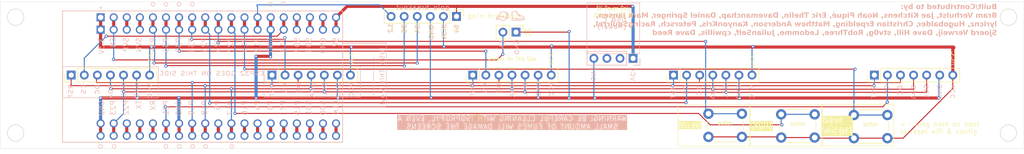
<source format=kicad_pcb>
(kicad_pcb (version 20240108) (generator "pcbnew") (generator_version "8.0")
  (layers (0 "F.Cu" signal) (31 "B.Cu" signal) (34 "B.Paste" user) (35 "F.Paste" user) (36 "B.SilkS" user "B.Silkscreen") (37 "F.SilkS" user "F.Silkscreen") (38 "B.Mask" user) (39 "F.Mask" user) (44 "Edge.Cuts" user))
  (net 0 "")
  (net 1 "Net-(U1-vcc)")
  (net 2 "Net-(V1-IO18)")
  (net 3 "Net-(V1-IO23)")
  (net 4 "Net-(V1-IO17)")
  (net 5 "Net-(V1-IO13)")
  (net 6 "Net-(V1-IO19)")
  (net 7 "Net-(V1-IO33)")
  (net 8 "Net-(V1-IO32)")
  (net 9 "Net-(V1-IO25)")
  (net 10 "Net-(V1-IO21)")
  (net 11 "Net-(V1-IO27)")
  (net 12 "Net-(V1-IO26)")
  (net 13 "Net-(V1-IO14)")
  (net 16 "Net-(J1-Pin_1)")
  (net 17 "Net-(J1-Pin_2)")
  (net 18 "Net-(V1-RXD0)")
  (net 19 "Net-(V1-IO4)")
  (net 20 "Net-(V1-IO15)")
  (net 21 "Net-(V1-IO16)")
  (net 22 "Net-(V1-CLK)")
  (net 23 "Net-(U1-gpio12)")
  (net 24 "Net-(V1-IO0)")
  (net 25 "Net-(V1-TXD0)")
  (net 26 "Net-(V1-SD3)")
  (net 27 "Net-(U1-gipo34)")
  (net 28 "Net-(V1-IO22)")
  (net 29 "Net-(V1-IO2)")
  (net 30 "Net-(V1-SD1)")
  (net 31 "Net-(V1-CMD)")
  (net 32 "Net-(U1-3.3v)")
  (net 33 "Net-(U1-gpio35)")
  (net 34 "Net-(V1-SD0)")
  (net 35 "Net-(V1-SENSOR_VN)")
  (net 36 "Net-(V1-SD2)")
  (net 37 "Net-(V1-IO5)")
  (net 38 "Net-(V1-SENSOR_VP)")
  (footprint "Connector_PinHeader_2.54mm:PinHeader_1x07_P2.54mm_Vertical" (layer "F.Cu") (at 203.4625 74.25 90)
    (property "Reference" "tft5" (hide yes))
    (property "Value" "~")
  )
  (footprint "New folder:beaniegraphioc" (layer "F.Cu") (at 126.36 83.35)
    (property "Reference" "G*" (hide yes))
    (property "Value" "LOGO" (hide yes))
  )
  (footprint "Connector_PinHeader_2.54mm:PinHeader_1x06_P2.54mm_Vertical" (layer "F.Cu") (at 122.32 62.86 -90)
    (property "Reference" "U1" (hide yes))
    (property "Value" "~")
  )
  (footprint "Connector_PinHeader_2.54mm:PinHeader_1x07_P2.54mm_Vertical" (layer "F.Cu") (at 125.48 74.25 90)
    (property "Reference" "tft3" (hide yes))
    (property "Value" "~")
  )
  (footprint "Button_Switch_THT:SW_PUSH_6mm_H5mm" (layer "F.Cu") (at 199.5 82)
    (property "Reference" "SW3" (hide yes))
    (property "Value" "SW_Push")
  )
  (footprint "Connector_PinHeader_2.54mm:PinHeader_1x07_P2.54mm_Vertical" (layer "F.Cu") (at 164.47125 74.25 90)
    (property "Reference" "tft4" (hide yes))
    (property "Value" "~")
  )
  (footprint "Button_Switch_THT:SW_PUSH_6mm_H5mm" (layer "F.Cu") (at 185.375 81.875)
    (property "Reference" "SW2" (hide yes))
    (property "Value" "SW_Push")
  )
  (footprint "Connector_PinHeader_2.54mm:PinHeader_1x02_P2.54mm_Vertical" (layer "F.Cu") (at 133.88 65.91 -90)
    (property "Reference" "J1")
    (property "Value" "Conn_01x02_Pin")
  )
  (footprint "Connector_PinHeader_2.54mm:PinHeader_1x07_P2.54mm_Vertical" (layer "F.Cu") (at 86.48875 74.25 90)
    (property "Reference" "tft2" (hide yes))
    (property "Value" "~")
  )
  (footprint "Connector_PinHeader_2.54mm:PinHeader_1x07_P2.54mm_Vertical" (layer "F.Cu") (at 47.4975 74.25 90)
    (property "Reference" "tft1" (hide yes))
    (property "Value" "~")
  )
  (footprint "Button_Switch_THT:SW_PUSH_6mm_H5mm" (layer "F.Cu") (at 171.25 81.75)
    (property "Reference" "SW1" (hide yes))
    (property "Value" "SW_Push")
  )
  (footprint "A Local Libs:cap" (layer "B.Cu") (at 131.22 62.8 180)
    (property "Reference" "G***" (hide yes))
    (property "Value" "LOGO" (hide yes))
  )
  (footprint "A Local Libs:38 Pin Board thin" (layer "B.Cu") (at 72.97 78.13 -90)
    (property "Reference" "V2" (hide yes))
    (property "Value" "ESP32-DEVKITC-32D" (hide yes))
  )
  (footprint "Connector_PinHeader_2.54mm:PinHeader_1x04_P2.54mm_Vertical" (layer "B.Cu") (at 156.615 71 90)
    (property "Reference" "USBPower1" (hide yes))
    (property "Value" "~")
  )
  (footprint "New folder:38 Pin Board" (layer "B.Cu") (at 72.97 75.7375 -90)
    (property "Reference" "V1" (hide yes))
    (property "Value" "ESP32-DEVKITC-32D")
  )
  (footprint "A Local Libs:Untitled" (layer "B.Cu") (at 134.29 62.73 180)
    (property "Reference" "G***" (hide yes))
    (property "Value" "LOGO" (hide yes))
  )
  (gr_circle (center 65.9 60.5) (end 66.2 60.7) (stroke (width 0.1)) (fill none) (layer "B.SilkS"))
  (gr_rect (start 100.245 68.05) (end 108.715 80.3725) (stroke (width 0.1)) (fill none) (layer "B.SilkS"))
  (gr_circle (center 86.2 60.5) (end 86.5 60.7) (stroke (width 0.1)) (fill none) (layer "B.SilkS"))
  (gr_rect (start 147.64 60.23) (end 157.88 70.08) (stroke (width 0.1)) (fill none) (layer "B.SilkS"))
  (gr_rect (start 84.94 72.5) (end 103.66 78.54) (stroke (width 0.1)) (fill none) (layer "B.SilkS"))
  (gr_circle (center 78.7 88.1) (end 79 88.3) (stroke (width 0.1)) (fill none) (layer "B.SilkS"))
  (gr_circle (center 68.5 88.1) (end 68.8 88.3) (stroke (width 0.1)) (fill none) (layer "B.SilkS"))
  (gr_circle (center 63.4 60.5) (end 63.7 60.7) (stroke (width 0.1)) (fill none) (layer "B.SilkS"))
  (gr_circle (center 55.8 88.1) (end 56.1 88.3) (stroke (width 0.1)) (fill none) (layer "B.SilkS"))
  (gr_circle (center 71 60.5) (end 71.3 60.7) (stroke (width 0.1)) (fill none) (layer "B.SilkS"))
  (gr_circle (center 88.7 60.4) (end 89 60.6) (stroke (width 0.1)) (fill none) (layer "B.SilkS"))
  (gr_circle (center 53.2 88.1) (end 53.5 88.3) (stroke (width 0.1)) (fill none) (layer "B.SilkS"))
  (gr_rect (start 45.86 72.61) (end 64.44 78.65) (stroke (width 0.1)) (fill none) (layer "B.SilkS"))
  (gr_circle (center 68.4 60.5) (end 68.7 60.7) (stroke (width 0.1)) (fill none) (layer "B.SilkS"))
  (gr_circle (center 71.1 88.1) (end 71.4 88.3) (stroke (width 0.1)) (fill none) (layer "B.SilkS"))
  (gr_circle (center 73.6 88.1) (end 73.9 88.3) (stroke (width 0.1)) (fill none) (layer "B.SilkS"))
  (gr_circle (center 65.9 88.1) (end 66.2 88.3) (stroke (width 0.1)) (fill none) (layer "B.SilkS"))
  (gr_rect (start 165.325 79.95) (end 179.235 88.04) (stroke (width 0.1)) (fill none) (layer "F.SilkS"))
  (gr_rect (start 179.345 79.95) (end 193.255 88.04) (stroke (width 0.1)) (fill none) (layer "F.SilkS"))
  (gr_rect (start 193.315 79.92) (end 207.225 88.01) (stroke (width 0.1)) (fill none) (layer "F.SilkS"))
  (gr_circle (center 36.696 85.5) (end 38.296 85.5) (stroke (width 0.1)) (fill none) (layer "Edge.Cuts"))
  (gr_circle (center 229.514 63) (end 231.114 63) (stroke (width 0.1)) (fill none) (layer "Edge.Cuts"))
  (gr_circle (center 36.696 63) (end 38.296 63) (stroke (width 0.1)) (fill none) (layer "Edge.Cuts"))
  (gr_circle (center 229.514 85.5) (end 231.114 85.5) (stroke (width 0.1)) (fill none) (layer "Edge.Cuts"))
  (gr_rect (start 33.696 60) (end 232.514 88.5) (stroke (width 0.05)) (fill none) (layer "Edge.Cuts"))
  (gr_text "12" (at 109.94 64.11 90) (layer "B.SilkS") (effects (font (size 0.8 1) (thickness 0.1)) (justify left bottom mirror)))
  (gr_text "EN" (at 131.69 67.38 90) (layer "B.SilkS") (effects (font (size 0.8 1) (thickness 0.1)) (justify left bottom mirror)))
  (gr_text "DC" (at 53.02 75.97 90) (layer "B.SilkS") (effects (font (size 0.8 1) (thickness 0.1)) (justify left bottom mirror)))
  (gr_text "USB C\n(Power)\n\n" (at 155.42 66.62 0) (layer "B.SilkS") (effects (font (size 0.8 1) (thickness 0.1)) (justify left bottom mirror)))
  (gr_text "GND" (at 60.7 75.72 90) (layer "B.SilkS") (effects (font (size 0.8 1) (thickness 0.1)) (justify left bottom mirror)))
  (gr_text "GND" (at 138.7 75.5 90) (layer "B.SilkS") (effects (font (size 0.8 1) (thickness 0.1)) (justify left bottom mirror)))
  (gr_text "RST\n" (at 87.01 75.7 90) (layer "B.SilkS") (effects (font (size 0.8 1) (thickness 0.1)) (justify left bottom mirror)))
  (gr_text "RST\n" (at 164.8 76.08 90) (layer "B.SilkS") (effects (font (size 0.8 1) (thickness 0.1)) (justify left bottom mirror)))
  (gr_text "GND" (at 216.63 75.85 90) (layer "B.SilkS") (effects (font (size 0.8 1) (thickness 0.1)) (justify left bottom mirror)))
  (gr_text "34\n" (at 115.22 64.28 90) (layer "B.SilkS") (effects (font (size 0.8 1) (thickness 0.1)) (justify left bottom mirror)))
  (gr_text "DC" (at 169.94 76.14 90) (layer "B.SilkS") (effects (font (size 0.8 1) (thickness 0.1)) (justify left bottom mirror)))
  (gr_text "35" (at 112.69 64.19 90) (layer "B.SilkS") (effects (font (size 0.8 1) (thickness 0.1)) (justify left bottom mirror)))
  (gr_text "VCC" (at 156.06 75.48 -90) (layer "B.SilkS") (effects (font (size 0.8 1) (thickness 0.1)) (justify left bottom mirror)))
  (gr_text "SCL" (at 58.1 75.78 90) (layer "B.SilkS") (effects (font (size 0.8 1) (thickness 0.1)) (justify left bottom mirror)))
  (gr_text "SCL" (at 97.23 75.57 90) (layer "B.SilkS") (effects (font (size 0.8 1) (thickness 0.1)) (justify left bottom mirror)))
  (gr_text "VCC" (at 141.25 75.6 90) (layer "B.SilkS") (effects (font (size 0.8 1) (thickness 0.1)) (justify left bottom mirror)))
  (gr_text "VCC" (at 219.18 75.95 90) (layer "B.SilkS") (effects (font (size 0.8 1) (thickness 0.1)) (justify left bottom mirror)))
  (gr_text "GND\n" (at 148.42 75.57 270) (layer "B.SilkS") (effects (font (size 0.8 1) (thickness 0.1)) (justify left bottom mirror)))
  (gr_text "WARNING: BE CAREFUL CLEANING WITH ISOPROPYL, EVEN A\nSMALL AMOUNT OF FUMES WILL DAMAGE THE SCREENS\n" (at 133.15 84.87 0) (layer "B.SilkS" knockout) (effects (font (size 1 1) (thickness 0.1)) (justify bottom mirror)))
  (gr_text "SDA" (at 172.54 76.08 90) (layer "B.SilkS") (effects (font (size 0.8 1) (thickness 0.1)) (justify left bottom mirror)))
  (gr_text "CS" (at 128.36 75.69 90) (layer "B.SilkS") (effects (font (size 0.8 1) (thickness 0.1)) (justify left bottom mirror)))
  (gr_text "SDA" (at 94.75 75.7 90) (layer "B.SilkS") (effects (font (size 0.8 1) (thickness 0.1)) (justify left bottom mirror)))
  (gr_text "DC" (at 131.02 75.75 90) (layer "B.SilkS") (effects (font (size 0.8 1) (thickness 0.1)) (justify left bottom mirror)))
  (gr_text "SCL" (at 214.03 75.91 90) (layer "B.SilkS") (effects (font (size 0.8 1) (thickness 0.1)) (justify left bottom mirror)))
  (gr_text "VCC" (at 63.25 75.82 90) (layer "B.SilkS") (effects (font (size 0.8 1) (thickness 0.1)) (justify left bottom mirror)))
  (gr_text "GND\n" (at 134.53 67.21 90) (layer "B.SilkS") (effects (font (size 0.8 1) (thickness 0.1)) (justify left bottom mirror)))
  (gr_text "CS" (at 89.49 75.7 90) (layer "B.SilkS") (effects (font (size 0.8 1) (thickness 0.1)) (justify left bottom mirror)))
  (gr_text "SCL" (at 136.1 75.56 90) (layer "B.SilkS") (effects (font (size 0.8 1) (thickness 0.1)) (justify left bottom mirror)))
  (gr_text "CS" (at 206.29 76.04 90) (layer "B.SilkS") (effects (font (size 0.8 1) (thickness 0.1)) (justify left bottom mirror)))
  (gr_text "VCC" (at 102.38 75.61 90) (layer "B.SilkS") (effects (font (size 0.8 1) (thickness 0.1)) (justify left bottom mirror)))
  (gr_text "Built/Contributed to by:\nBram Verhulst, Jae Kitchens, Noah Piqué, Eric Thelin, Davemanchap, Daniel Springer, Mark Jansen, \nlyricnz, Hugobalder, Christian Erpelding, Matthew Anderson, KanyonKris, Petersch, RacingSquirrel, \nSjoerd Verweij, Dave Hill, stv0g, RobThree, Ledomme, JulianSelf, cpwillis, Dave Reed" (at 227.27 66.64 0) (layer "B.SilkS") (effects (font (size 1 1) (thickness 0.2) (bold yes)) (justify left bottom mirror)))
  (gr_text "CS" (at 50.36 75.91 90) (layer "B.SilkS") (effects (font (size 0.8 1) (thickness 0.1)) (justify left bottom mirror)))
  (gr_text "5v\n" (at 122.78 64.34 90) (layer "B.SilkS") (effects (font (size 0.8 1) (thickness 0.1)) (justify left bottom mirror)))
  (gr_text "CS" (at 167.28 76.08 90) (layer "B.SilkS") (effects (font (size 0.8 1) (thickness 0.1)) (justify left bottom mirror)))
  (gr_text "SDA" (at 211.55 76.04 90) (layer "B.SilkS") (effects (font (size 0.8 1) (thickness 0.1)) (justify left bottom mirror)))
  (gr_text "GND" (at 177.62 75.89 90) (layer "B.SilkS") (effects (font (size 0.8 1) (thickness 0.1)) (justify left bottom mirror)))
  (gr_text "RST\n" (at 125.88 75.69 90) (layer "B.SilkS") (effects (font (size 0.8 1) (thickness 0.1)) (justify left bottom mirror)))
  (gr_text "GND" (at 99.83 75.51 90) (layer "B.SilkS") (effects (font (size 0.8 1) (thickness 0.1)) (justify left bottom mirror)))
  (gr_text "VCC" (at 180.17 75.99 90) (layer "B.SilkS") (effects (font (size 0.8 1) (thickness 0.1)) (justify left bottom mirror)))
  (gr_text "SCL" (at 175.02 75.95 90) (layer "B.SilkS") (effects (font (size 0.8 1) (thickness 0.1)) (justify left bottom mirror)))
  (gr_text "3.3v\n" (at 120.39 64.22 90) (layer "B.SilkS") (effects (font (size 0.8 1) (thickness 0.1)) (justify left bottom mirror)))
  (gr_text "SDA" (at 133.62 75.69 90) (layer "B.SilkS") (effects (font (size 0.8 1) (thickness 0.1)) (justify left bottom mirror)))
  (gr_text "GND\n" (at 117.94 64.36 90) (layer "B.SilkS") (effects (font (size 0.8 1) (thickness 0.1)) (justify left bottom mirror)))
  (gr_text "DC" (at 208.95 76.1 90) (layer "B.SilkS") (effects (font (size 0.8 1) (thickness 0.1)) (justify left bottom mirror)))
  (gr_text "ESP32 GOES ON THIS SIDE" (at 85.07 74.39 0) (layer "B.SilkS") (effects (font (size 0.8 1) (thickness 0.1)) (justify left bottom mirror)))
  (gr_text "RST\n" (at 203.81 76.04 90) (layer "B.SilkS") (effects (font (size 0.8 1) (thickness 0.1)) (justify left bottom mirror)))
  (gr_text "^^^^^^^^^^^^^\n!USB This Way!\n" (at 108.38 74.45 90) (layer "B.SilkS") (effects (font (size 0.8 1) (thickness 0.1)) (justify bottom mirror)))
  (gr_text "SDA" (at 55.62 75.91 90) (layer "B.SilkS") (effects (font (size 0.8 1) (thickness 0.1)) (justify left bottom mirror)))
  (gr_text "gpio breakout" (at 121.05 61.53 0) (layer "B.SilkS") (effects (font (size 0.8 1) (thickness 0.1)) (justify left bottom mirror)))
  (gr_text "DC" (at 92.15 75.76 90) (layer "B.SilkS") (effects (font (size 0.8 1) (thickness 0.1)) (justify left bottom mirror)))
  (gr_text "RST\n" (at 47.88 75.91 90) (layer "B.SilkS") (effects (font (size 0.8 1) (thickness 0.1)) (justify left bottom mirror)))
  (gr_text "3.3v\n" (at 120.26 67.48 90) (layer "F.SilkS") (effects (font (size 0.8 1) (thickness 0.1)) (justify left bottom)))
  (gr_text "VCC" (at 102.36 72.48 90) (layer "F.SilkS") (effects (font (size 0.8 1) (thickness 0.1)) (justify left bottom)))
  (gr_text "button\n" (at 174.5 84 0) (layer "F.SilkS") (effects (font (size 0.8 0.6) (thickness 0.1)) (justify bottom)))
  (gr_text "button\n" (at 188.625 84.125 0) (layer "F.SilkS") (effects (font (size 0.8 0.6) (thickness 0.1)) (justify bottom)))
  (gr_text "Mode" (at 165.325 83.995 0) (layer "F.SilkS" knockout) (effects (font (size 1.2 1.2) (thickness 0.1)) (justify left)))
  (gr_text "5V Power Only\n(must be USB A)\n" (at 152.79 63.03 0) (layer "F.SilkS") (effects (font (size 0.8 0.6) (thickness 0.1)) (justify bottom)))
  (gr_text "VCC" (at 63.33 72.56 90) (layer "F.SilkS") (effects (font (size 0.8 1) (thickness 0.1)) (justify left bottom)))
  (gr_text "Next\nWidget" (at 193.315 83.965 0) (layer "F.SilkS" knockout) (effects (font (size 1.2 1.2) (thickness 0.1)) (justify left)))
  (gr_text "12" (at 109.98 66.31 90) (layer "F.SilkS") (effects (font (size 0.8 1) (thickness 0.1)) (justify left bottom)))
  (gr_text "34\n" (at 115.14 66.23 90) (layer "F.SilkS") (effects (font (size 0.8 1) (thickness 0.1)) (justify left bottom)))
  (gr_text "<- long hold on boot\nto reset wifi & config" (at 208.38 84.49 0) (layer "F.SilkS") (effects (font (size 0.9 0.9) (thickness 0.1)) (justify left)))
  (gr_text "VCC" (at 141.2 72.48 90) (layer "F.SilkS") (effects (font (size 0.8 1) (thickness 0.1)) (justify left bottom)))
  (gr_text "5v\n" (at 122.73 66.11 90) (layer "F.SilkS") (effects (font (size 0.8 1) (thickness 0.1)) (justify left bottom)))
  (gr_text "GND\n" (at 117.81 67.34 90) (layer "F.SilkS") (effects (font (size 0.8 1) (thickness 0.1)) (justify left bottom)))
  (gr_text "by brett.tech + friends (:" (at 129.03 84.84 0) (layer "F.SilkS") (effects (font (size 1 1) (thickness 0.1)) (justify left bottom)))
  (gr_text "Style" (at 179.345 83.995 0) (layer "F.SilkS" knockout) (effects (font (size 1.2 1.2) (thickness 0.1)) (justify left)))
  (gr_text "button\n" (at 202.75 84.25 0) (layer "F.SilkS") (effects (font (size 0.8 0.6) (thickness 0.1)) (justify bottom)))
  (gr_text "gpio breakout" (at 124.37 63.22 0) (layer "F.SilkS") (effects (font (size 0.8 1) (thickness 0.1)) (justify left bottom)))
  (gr_text "Screens On This Side" (at 133.03 71.58 0) (layer "F.SilkS") (effects (font (size 0.8 0.6) (thickness 0.1)) (justify bottom)))
  (gr_text "info orbs v0.3" (at 129.03 82.98 0) (layer "F.SilkS") (effects (font (size 1 1) (thickness 0.1)) (justify left bottom)))
  (gr_text "35" (at 112.55 66.28 90) (layer "F.SilkS") (effects (font (size 0.8 1) (thickness 0.1)) (justify left bottom)))
  (gr_text "VCC" (at 219.36 72.45 90) (layer "F.SilkS") (effects (font (size 0.8 1) (thickness 0.1)) (justify left bottom)))
  (gr_text "VCC" (at 180.28 72.76 90) (layer "F.SilkS") (effects (font (size 0.8 1) (thickness 0.1)) (justify left bottom)))
  (segment (start 122.4 60.9) (end 156.5 60.9) (width 0.6) (layer "F.Cu") (net 1))
  (segment (start 98.93 63.0375) (end 101.0675 60.9) (width 0.6) (layer "F.Cu") (net 1))
  (segment (start 98.93 63.0375) (end 98.93 65.43) (width 0.6) (layer "F.Cu") (net 1))
  (segment (start 122.32 62.86) (end 122.32 60.98) (width 0.2) (layer "F.Cu") (net 1))
  (segment (start 101.0675 60.9) (end 122.4 60.9) (width 0.6) (layer "F.Cu") (net 1))
  (segment (start 122.32 60.98) (end 122.4 60.9) (width 0.2) (layer "F.Cu") (net 1))
  (via (at 156.5 60.9) (size 0.6) (drill 0.3) (layers "F.Cu" "B.Cu") (net 1))
  (segment (start 156.5 60.9) (end 156.5 61) (width 0.6) (layer "B.Cu") (net 1))
  (segment (start 156.5 61) (end 156.615 61.115) (width 0.6) (layer "B.Cu") (net 1))
  (segment (start 156.615 61.115) (end 156.615 71) (width 0.6) (layer "B.Cu") (net 1))
  (segment (start 73.53 86.0375) (end 73.53 83.63) (width 0.6) (layer "F.Cu") (net 2))
  (segment (start 47.3 76.3) (end 47.4975 76.1025) (width 0.2) (layer "F.Cu") (net 2))
  (segment (start 86.4 76.3) (end 125.4 76.3) (width 0.2) (layer "F.Cu") (net 2))
  (segment (start 73.5 76.3) (end 47.3 76.3) (width 0.2) (layer "F.Cu") (net 2))
  (segment (start 73.5 76.3) (end 86.4 76.3) (width 0.2) (layer "F.Cu") (net 2))
  (segment (start 164.3 76.3) (end 203.4 76.3) (width 0.2) (layer "F.Cu") (net 2))
  (segment (start 47.4975 76.1025) (end 47.4975 74.25) (width 0.2) (layer "F.Cu") (net 2))
  (segment (start 125.4 76.3) (end 164.3 76.3) (width 0.2) (layer "F.Cu") (net 2))
  (via (at 164.3 76.3) (size 0.6) (drill 0.3) (layers "F.Cu" "B.Cu") (net 2))
  (via (at 125.4 76.3) (size 0.6) (drill 0.3) (layers "F.Cu" "B.Cu") (net 2))
  (via (at 86.4 76.3) (size 0.6) (drill 0.3) (layers "F.Cu" "B.Cu") (net 2))
  (via (at 73.5 76.3) (size 0.6) (drill 0.3) (layers "F.Cu" "B.Cu") (net 2))
  (via (at 203.4 76.3) (size 0.6) (drill 0.3) (layers "F.Cu" "B.Cu") (net 2))
  (segment (start 73.53 76.33) (end 73.5 76.3) (width 0.2) (layer "B.Cu") (net 2))
  (segment (start 73.53 83.63) (end 73.53 76.33) (width 0.2) (layer "B.Cu") (net 2))
  (segment (start 203.4625 75.7375) (end 203.4625 74.25) (width 0.2) (layer "B.Cu") (net 2))
  (segment (start 203.4 76.3) (end 203.4 75.8) (width 0.2) (layer "B.Cu") (net 2))
  (segment (start 164.3 76.3) (end 164.47125 76.12875) (width 0.2) (layer "B.Cu") (net 2))
  (segment (start 125.48 76.22) (end 125.48 74.25) (width 0.2) (layer "B.Cu") (net 2))
  (segment (start 164.47125 76.12875) (end 164.47125 74.25) (width 0.2) (layer "B.Cu") (net 2))
  (segment (start 125.4 76.3) (end 125.48 76.22) (width 0.2) (layer "B.Cu") (net 2))
  (segment (start 86.48875 76.21125) (end 86.48875 74.25) (width 0.2) (layer "B.Cu") (net 2))
  (segment (start 86.4 76.3) (end 86.48875 76.21125) (width 0.2) (layer "B.Cu") (net 2))
  (segment (start 203.4 75.8) (end 203.4625 75.7375) (width 0.2) (layer "B.Cu") (net 2))
  (segment (start 55.75 83.63) (end 55.75 86.0375) (width 0.6) (layer "F.Cu") (net 3))
  (segment (start 213.6225 77.4775) (end 213.6225 74.25) (width 0.2) (layer "F.Cu") (net 3))
  (segment (start 57.7 77.5) (end 96.7 77.5) (width 0.2) (layer "F.Cu") (net 3))
  (segment (start 135.6 77.5) (end 135.7 77.6) (width 0.2) (layer "F.Cu") (net 3))
  (segment (start 96.7 77.5) (end 135.6 77.5) (width 0.2) (layer "F.Cu") (net 3))
  (segment (start 174.7 77.6) (end 213.5 77.6) (width 0.2) (layer "F.Cu") (net 3))
  (segment (start 213.5 77.6) (end 213.6225 77.4775) (width 0.2) (layer "F.Cu") (net 3))
  (segment (start 135.7 77.6) (end 174.7 77.6) (width 0.2) (layer "F.Cu") (net 3))
  (via (at 57.7 77.5) (size 0.6) (drill 0.3) (layers "F.Cu" "B.Cu") (net 3))
  (via (at 174.7 77.6) (size 0.6) (drill 0.3) (layers "F.Cu" "B.Cu") (net 3))
  (via (at 96.7 77.5) (size 0.6) (drill 0.3) (layers "F.Cu" "B.Cu") (net 3))
  (via (at 135.6 77.5) (size 0.6) (drill 0.3) (layers "F.Cu" "B.Cu") (net 3))
  (segment (start 57.6575 77.5425) (end 57.7 77.5) (width 0.2) (layer "B.Cu") (net 3))
  (segment (start 135.64 77.46) (end 135.64 74.25) (width 0.2) (layer "B.Cu") (net 3))
  (segment (start 174.7 77.6) (end 174.63125 77.53125) (width 0.2) (layer "B.Cu") (net 3))
  (segment (start 96.64875 77.44875) (end 96.64875 74.25) (width 0.2) (layer "B.Cu") (net 3))
  (segment (start 96.7 77.5) (end 96.64875 77.44875) (width 0.2) (layer "B.Cu") (net 3))
  (segment (start 135.6 77.5) (end 135.64 77.46) (width 0.2) (layer "B.Cu") (net 3))
  (segment (start 57.7 77.5) (end 57.6575 77.4575) (width 0.2) (layer "B.Cu") (net 3))
  (segment (start 57.6575 81.7225) (end 57.6575 77.5425) (width 0.2) (layer "B.Cu") (net 3))
  (segment (start 57.6575 77.4575) (end 57.6575 74.25) (width 0.2) (layer "B.Cu") (net 3))
  (segment (start 174.63125 77.53125) (end 174.63125 74.25) (width 0.2) (layer "B.Cu") (net 3))
  (segment (start 55.75 83.63) (end 57.6575 81.7225) (width 0.2) (layer "B.Cu") (net 3))
  (segment (start 75.5 76.9) (end 55.2 76.9) (width 0.2) (layer "F.Cu") (net 4))
  (segment (start 78.6 76.9) (end 75.5 76.9) (width 0.2) (layer "F.Cu") (net 4))
  (segment (start 133.1 76.9) (end 172 76.9) (width 0.2) (layer "F.Cu") (net 4))
  (segment (start 211.0825 76.9825) (end 211.0825 74.25) (width 0.2) (layer "F.Cu") (net 4))
  (segment (start 78.61 86.0375) (end 78.61 83.63) (width 0.6) (layer "F.Cu") (net 4))
  (segment (start 211.1 77) (end 211.0825 76.9825) (width 0.2) (layer "F.Cu") (net 4))
  (segment (start 172 76.9) (end 172.1 77) (width 0.2) (layer "F.Cu") (net 4))
  (segment (start 172.1 77) (end 211.1 77) (width 0.2) (layer "F.Cu") (net 4))
  (segment (start 78.6 76.9) (end 94 76.9) (width 0.2) (layer "F.Cu") (net 4))
  (segment (start 94 76.9) (end 133.1 76.9) (width 0.2) (layer "F.Cu") (net 4))
  (via (at 94 76.9) (size 0.6) (drill 0.3) (layers "F.Cu" "B.Cu") (net 4))
  (via (at 78.6 76.9) (size 0.6) (drill 0.3) (layers "F.Cu" "B.Cu") (net 4))
  (via (at 172.1 77) (size 0.6) (drill 0.3) (layers "F.Cu" "B.Cu") (net 4))
  (via (at 133.1 76.9) (size 0.6) (drill 0.3) (layers "F.Cu" "B.Cu") (net 4))
  (via (at 55.2 76.9) (size 0.6) (drill 0.3) (layers "F.Cu" "B.Cu") (net 4))
  (segment (start 133.1 76.9) (end 133.1 74.25) (width 0.2) (layer "B.Cu") (net 4))
  (segment (start 172.1 77) (end 172.09125 76.99125) (width 0.2) (layer "B.Cu") (net 4))
  (segment (start 55.2 76.9) (end 55.1175 76.8175) (width 0.2) (layer "B.Cu") (net 4))
  (segment (start 78.61 76.91) (end 78.6 76.9) (width 0.2) (layer "B.Cu") (net 4))
  (segment (start 94.10875 76.39125) (end 94.10875 74.25) (width 0.2) (layer "B.Cu") (net 4))
  (segment (start 94 76.5) (end 94.10875 76.39125) (width 0.2) (layer "B.Cu") (net 4))
  (segment (start 94 76.9) (end 94 76.5) (width 0.2) (layer "B.Cu") (net 4))
  (segment (start 55.1175 76.8175) (end 55.1175 74.25) (width 0.2) (layer "B.Cu") (net 4))
  (segment (start 172.09125 76.99125) (end 172.09125 74.25) (width 0.2) (layer "B.Cu") (net 4))
  (segment (start 78.61 83.63) (end 78.61 76.91) (width 0.2) (layer "B.Cu") (net 4))
  (segment (start 87.5 66.7) (end 88.77 65.43) (width 0.2) (layer "F.Cu") (net 5))
  (segment (start 88.77 65.43) (end 88.77 63.0375) (width 0.6) (layer "F.Cu") (net 5))
  (segment (start 54.3 66.7) (end 87.5 66.7) (width 0.2) (layer "F.Cu") (net 5))
  (via (at 54.3 66.7) (size 0.6) (drill 0.3) (layers "F.Cu" "B.Cu") (net 5))
  (segment (start 50.0375 74.25) (end 50.0375 70.9625) (width 0.2) (layer "B.Cu") (net 5))
  (segment (start 50.0375 70.9625) (end 54.3 66.7) (width 0.2) (layer "B.Cu") (net 5))
  (segment (start 71 75.7) (end 91.6 75.7) (width 0.2) (layer "F.Cu") (net 6))
  (segment (start 91.6 75.7) (end 91.56875 75.66875) (width 0.2) (layer "F.Cu") (net 6))
  (segment (start 70.99 83.63) (end 70.99 86.0375) (width 0.6) (layer "F.Cu") (net 6))
  (segment (start 169.5 74.30125) (end 169.55125 74.25) (width 0.2) (layer "F.Cu") (net 6))
  (segment (start 169.5 75.7) (end 169.5 74.30125) (width 0.2) (layer "F.Cu") (net 6))
  (segment (start 208.5 75.7) (end 208.6 75.6) (width 0.2) (layer "F.Cu") (net 6))
  (segment (start 208.5425 75.5425) (end 208.5425 74.25) (width 0.2) (layer "F.Cu") (net 6))
  (segment (start 208.6 75.6) (end 208.5425 75.5425) (width 0.2) (layer "F.Cu") (net 6))
  (segment (start 52.4 74.4275) (end 52.5775 74.25) (width 0.2) (layer "F.Cu") (net 6))
  (segment (start 130.56 75.66) (end 130.56 74.25) (width 0.2) (layer "F.Cu") (net 6))
  (segment (start 52.4 75.7) (end 52.4 74.4275) (width 0.2) (layer "F.Cu") (net 6))
  (segment (start 169.5 75.7) (end 208.5 75.7) (width 0.2) (layer "F.Cu") (net 6))
  (segment (start 91.6 75.7) (end 130.6 75.7) (width 0.2) (layer "F.Cu") (net 6))
  (segment (start 91.56875 75.66875) (end 91.56875 74.25) (width 0.2) (layer "F.Cu") (net 6))
  (segment (start 130.6 75.7) (end 130.56 75.66) (width 0.2) (layer "F.Cu") (net 6))
  (segment (start 71 75.7) (end 52.4 75.7) (width 0.2) (layer "F.Cu") (net 6))
  (segment (start 130.6 75.7) (end 169.5 75.7) (width 0.2) (layer "F.Cu") (net 6))
  (via (at 71 75.7) (size 0.6) (drill 0.3) (layers "F.Cu" "B.Cu") (net 6))
  (segment (start 70.99 83.63) (end 70.99 75.71) (width 0.2) (layer "B.Cu") (net 6))
  (segment (start 70.99 75.71) (end 71 75.7) (width 0.2) (layer "B.Cu") (net 6))
  (segment (start 89 67) (end 88.7 67.3) (width 0.2) (layer "F.Cu") (net 7))
  (segment (start 88.7 67.3) (end 70.9 67.3) (width 0.2) (layer "F.Cu") (net 7))
  (segment (start 70.99 65.43) (end 70.99 63.0375) (width 0.6) (layer "F.Cu") (net 7))
  (via (at 89 67) (size 0.6) (drill 0.3) (layers "F.Cu" "B.Cu") (net 7))
  (via (at 70.9 67.3) (size 0.6) (drill 0.3) (layers "F.Cu" "B.Cu") (net 7))
  (segment (start 70.9 65.52) (end 70.99 65.43) (width 0.2) (layer "B.Cu") (net 7))
  (segment (start 89.02875 67.02875) (end 89 67) (width 0.2) (layer "B.Cu") (net 7))
  (segment (start 70.9 67.3) (end 70.9 65.52) (width 0.2) (layer "B.Cu") (net 7))
  (segment (start 89.02875 74.25) (end 89.02875 67.02875) (width 0.2) (layer "B.Cu") (net 7))
  (segment (start 128 69.6) (end 68.5 69.6) (width 0.2) (layer "F.Cu") (net 8))
  (segment (start 68.45 65.43) (end 68.45 63.0375) (width 0.6) (layer "F.Cu") (net 8))
  (via (at 128 69.6) (size 0.6) (drill 0.3) (layers "F.Cu" "B.Cu") (net 8))
  (via (at 68.5 69.6) (size 0.6) (drill 0.3) (layers "F.Cu" "B.Cu") (net 8))
  (segment (start 128.02 69.62) (end 128 69.6) (width 0.2) (layer "B.Cu") (net 8))
  (segment (start 68.45 69.55) (end 68.45 65.43) (width 0.2) (layer "B.Cu") (net 8))
  (segment (start 128.02 74.25) (end 128.02 69.62) (width 0.2) (layer "B.Cu") (net 8))
  (segment (start 68.5 69.6) (end 68.45 69.55) (width 0.2) (layer "B.Cu") (net 8))
  (segment (start 73.53 65.43) (end 73.53 63.0375) (width 0.6) (layer "F.Cu") (net 9))
  (segment (start 74.5 79.6) (end 74.4 79.7) (width 0.2) (layer "F.Cu") (net 9))
  (segment (start 166.9 79.6) (end 74.5 79.6) (width 0.2) (layer "F.Cu") (net 9))
  (via (at 74.4 79.7) (size 0.6) (drill 0.3) (layers "F.Cu" "B.Cu") (net 9))
  (via (at 166.9 79.6) (size 0.6) (drill 0.3) (layers "F.Cu" "B.Cu") (net 9))
  (segment (start 74.4 66.3) (end 73.53 65.43) (width 0.2) (layer "B.Cu") (net 9))
  (segment (start 167.01125 74.25) (end 167.01125 79.48875) (width 0.2) (layer "B.Cu") (net 9))
  (segment (start 167.01125 79.48875) (end 166.9 79.6) (width 0.2) (layer "B.Cu") (net 9))
  (segment (start 74.4 79.7) (end 74.4 66.3) (width 0.2) (layer "B.Cu") (net 9))
  (segment (start 205.1 80.4) (end 65.8 80.4) (width 0.2) (layer "F.Cu") (net 10))
  (segment (start 206 79.5) (end 205.1 80.4) (width 0.2) (layer "F.Cu") (net 10))
  (segment (start 65.91 83.63) (end 65.91 86.0375) (width 0.6) (layer "F.Cu") (net 10))
  (via (at 65.8 80.4) (size 0.6) (drill 0.3) (layers "F.Cu" "B.Cu") (net 10))
  (via (at 206 79.5) (size 0.6) (drill 0.3) (layers "F.Cu" "B.Cu") (net 10))
  (segment (start 65.8 80.8) (end 65.91 80.91) (width 0.2) (layer "B.Cu") (net 10))
  (segment (start 206.0025 74.25) (end 206.0025 79.4975) (width 0.2) (layer "B.Cu") (net 10))
  (segment (start 206.0025 79.4975) (end 206 79.5) (width 0.2) (layer "B.Cu") (net 10))
  (segment (start 65.91 80.91) (end 65.91 83.63) (width 0.2) (layer "B.Cu") (net 10))
  (segment (start 65.8 80.4) (end 65.8 80.8) (width 0.2) (layer "B.Cu") (net 10))
  (segment (start 169.361522 81.7) (end 79.3 81.7) (width 0.2) (layer "F.Cu") (net 11))
  (segment (start 185.5 83.9) (end 171.561522 83.9) (width 0.2) (layer "F.Cu") (net 11))
  (segment (start 171.561522 83.9) (end 169.361522 81.7) (width 0.2) (layer "F.Cu") (net 11))
  (segment (start 78.61 65.43) (end 78.61 63.0375) (width 0.6) (layer "F.Cu") (net 11))
  (via (at 79.3 81.7) (size 0.6) (drill 0.3) (layers "F.Cu" "B.Cu") (net 11))
  (via (at 185.5 83.9) (size 0.6) (drill 0.3) (layers "F.Cu" "B.Cu") (net 11))
  (segment (start 185.375 83.775) (end 185.5 83.9) (width 0.2) (layer "B.Cu") (net 11))
  (segment (start 191.875 81.875) (end 185.375 81.875) (width 0.2) (layer "B.Cu") (net 11))
  (segment (start 79.3 81.7) (end 79.3 66.12) (width 0.2) (layer "B.Cu") (net 11))
  (segment (start 79.3 66.12) (end 78.61 65.43) (width 0.2) (layer "B.Cu") (net 11))
  (segment (start 185.375 81.875) (end 185.375 83.775) (width 0.2) (layer "B.Cu") (net 11))
  (segment (start 76.3 67.7) (end 76 68) (width 0.2) (layer "F.Cu") (net 12))
  (segment (start 170.7 67.7) (end 76.3 67.7) (width 0.2) (layer "F.Cu") (net 12))
  (segment (start 76.07 65.43) (end 76.07 63.0375) (width 0.6) (layer "F.Cu") (net 12))
  (via (at 170.7 67.7) (size 0.6) (drill 0.3) (layers "F.Cu" "B.Cu") (net 12))
  (via (at 76 68) (size 0.6) (drill 0.3) (layers "F.Cu" "B.Cu") (net 12))
  (segment (start 170.70125 81.20125) (end 170.70125 67.70125) (width 0.2) (layer "B.Cu") (net 12))
  (segment (start 76.07 67.93) (end 76.07 65.43) (width 0.2) (layer "B.Cu") (net 12))
  (segment (start 171.25 81.75) (end 170.70125 81.20125) (width 0.2) (layer "B.Cu") (net 12))
  (segment (start 170.70125 67.70125) (end 170.7 67.7) (width 0.2) (layer "B.Cu") (net 12))
  (segment (start 177.75 81.75) (end 171.25 81.75) (width 0.2) (layer "B.Cu") (net 12))
  (segment (start 76 68) (end 76.07 67.93) (width 0.2) (layer "B.Cu") (net 12))
  (segment (start 81.15 65.43) (end 81.15 63.0375) (width 0.6) (layer "F.Cu") (net 13))
  (segment (start 199.7 73.1) (end 81.3 73.1) (width 0.2) (layer "F.Cu") (net 13))
  (segment (start 81.3 73.1) (end 81.2 73) (width 0.2) (layer "F.Cu") (net 13))
  (via (at 81.2 73) (size 0.6) (drill 0.3) (layers "F.Cu" "B.Cu") (net 13))
  (via (at 199.7 73.1) (size 0.6) (drill 0.3) (layers "F.Cu" "B.Cu") (net 13))
  (segment (start 81.15 72.95) (end 81.15 65.43) (width 0.2) (layer "B.Cu") (net 13))
  (segment (start 81.2 73) (end 81.15 72.95) (width 0.2) (layer "B.Cu") (net 13))
  (segment (start 199.5 82) (end 199.5 73.3) (width 0.2) (layer "B.Cu") (net 13))
  (segment (start 199.5 73.3) (end 199.7 73.1) (width 0.2) (layer "B.Cu") (net 13))
  (segment (start 206 82) (end 199.5 82) (width 0.2) (layer "B.Cu") (net 13))
  (segment (start 99.3 78.7) (end 117.3 78.7) (width 0.6) (layer "F.Cu") (net 16))
  (segment (start 144.09 65.91) (end 133.88 65.91) (width 0.2) (layer "F.Cu") (net 16))
  (segment (start 83.4 78.7) (end 99.3 78.7) (width 0.6) (layer "F.Cu") (net 16))
  (segment (start 83.4 70.6) (end 86.1 70.6) (width 0.6) (layer "F.Cu") (net 16))
  (segment (start 86.23 63.0375) (end 86.23 65.43) (width 0.6) (layer "F.Cu") (net 16))
  (segment (start 53.2 78.7) (end 60.3 78.7) (width 0.6) (layer "F.Cu") (net 16))
  (segment (start 60.3 78.7) (end 68.3 78.7) (width 0.6) (layer "F.Cu") (net 16))
  (segment (start 177.3 78.8) (end 177.4 78.7) (width 0.6) (layer "F.Cu") (net 16))
  (segment (start 138.3 78.7) (end 144.2 78.7) (width 0.6) (layer "F.Cu") (net 16))
  (segment (start 117.5 78.7) (end 138.1 78.7) (width 0.6) (layer "F.Cu") (net 16))
  (segment (start 68.5 78.7) (end 83.4 78.7) (width 0.6) (layer "F.Cu") (net 16))
  (segment (start 86.1 70.6) (end 86.2 70.7) (width 0.6) (layer "F.Cu") (net 16))
  (segment (start 68.4 78.6) (end 68.5 78.7) (width 0.6) (layer "F.Cu") (net 16))
  (segment (start 138.1 78.7) (end 138.2 78.6) (width 0.6) (layer "F.Cu") (net 16))
  (segment (start 149.2 78.7) (end 177.2 78.7) (width 0.6) (layer "F.Cu") (net 16))
  (segment (start 68.3 78.7) (end 68.4 78.6) (width 0.6) (layer "F.Cu") (net 16))
  (segment (start 68.45 86.0375) (end 68.45 83.63) (width 0.6) (layer "F.Cu") (net 16))
  (segment (start 144.2 65.8) (end 144.09 65.91) (width 0.2) (layer "F.Cu") (net 16))
  (segment (start 177.2 78.7) (end 177.3 78.8) (width 0.6) (layer "F.Cu") (net 16))
  (segment (start 144.2 78.7) (end 149.2 78.7) (width 0.6) (layer "F.Cu") (net 16))
  (segment (start 177.4 78.7) (end 216 78.7) (width 0.6) (layer "F.Cu") (net 16))
  (segment (start 117.3 78.7) (end 117.4 78.6) (width 0.6) (layer "F.Cu") (net 16))
  (segment (start 53.21 86.0375) (end 53.21 83.63) (width 0.6) (layer "F.Cu") (net 16))
  (segment (start 117.4 78.6) (end 117.5 78.7) (width 0.6) (layer "F.Cu") (net 16))
  (segment (start 138.2 78.6) (end 138.3 78.7) (width 0.6) (layer "F.Cu") (net 16))
  (via (at 83.4 78.7) (size 0.6) (drill 0.3) (layers "F.Cu" "B.Cu") (net 16))
  (via (at 216 78.7) (size 0.6) (drill 0.3) (layers "F.Cu" "B.Cu") (net 16))
  (via (at 149.2 78.7) (size 0.6) (drill 0.3) (layers "F.Cu" "B.Cu") (net 16))
  (via (at 83.4 70.6) (size 0.6) (drill 0.3) (layers "F.Cu" "B.Cu") (net 16))
  (via (at 144.2 78.7) (size 0.6) (drill 0.3) (layers "F.Cu" "B.Cu") (net 16))
  (via (at 117.4 78.6) (size 0.6) (drill 0.3) (layers "F.Cu" "B.Cu") (net 16))
  (via (at 138.2 78.6) (size 0.6) (drill 0.3) (layers "F.Cu" "B.Cu") (net 16))
  (via (at 53.2 78.7) (size 0.6) (drill 0.3) (layers "F.Cu" "B.Cu") (net 16))
  (via (at 144.2 65.8) (size 0.6) (drill 0.3) (layers "F.Cu" "B.Cu") (net 16))
  (via (at 86.2 70.7) (size 0.6) (drill 0.3) (layers "F.Cu" "B.Cu") (net 16))
  (via (at 68.4 78.6) (size 0.6) (drill 0.3) (layers "F.Cu" "B.Cu") (net 16))
  (via (at 60.3 78.7) (size 0.6) (drill 0.3) (layers "F.Cu" "B.Cu") (net 16))
  (via (at 177.3 78.8) (size 0.6) (drill 0.3) (layers "F.Cu" "B.Cu") (net 16))
  (via (at 99.3 78.7) (size 0.6) (drill 0.3) (layers "F.Cu" "B.Cu") (net 16))
  (segment (start 117.24 78.44) (end 117.24 62.86) (width 0.2) (layer "B.Cu") (net 16))
  (segment (start 99.18875 78.58875) (end 99.18875 74.25) (width 0.2) (layer "B.Cu") (net 16))
  (segment (start 68.4 83.58) (end 68.45 83.63) (width 0.6) (layer "B.Cu") (net 16))
  (segment (start 99.3 78.7) (end 99.18875 78.58875) (width 0.2) (layer "B.Cu") (net 16))
  (segment (start 177.17125 78.67125) (end 177.17125 74.25) (width 0.2) (layer "B.Cu") (net 16))
  (segment (start 177.3 78.8) (end 177.17125 78.67125) (width 0.2) (layer "B.Cu") (net 16))
  (segment (start 148.995 78.495) (end 149.2 78.7) (width 0.2) (layer "B.Cu") (net 16))
  (segment (start 60.3 78.7) (end 60.1975 78.5975) (width 0.2) (layer "B.Cu") (net 16))
  (segment (start 68.4 78.6) (end 68.4 83.58) (width 0.6) (layer "B.Cu") (net 16))
  (segment (start 138.18 78.58) (end 138.18 74.25) (width 0.2) (layer "B.Cu") (net 16))
  (segment (start 53.21 83.63) (end 53.21 78.71) (width 0.6) (layer "B.Cu") (net 16))
  (segment (start 53.21 78.71) (end 53.2 78.7) (width 0.6) (layer "B.Cu") (net 16))
  (segment (start 86.2 70.7) (end 86.2 65.46) (width 0.6) (layer "B.Cu") (net 16))
  (segment (start 60.1975 78.5975) (end 60.1975 74.25) (width 0.2) (layer "B.Cu") (net 16))
  (segment (start 138.2 78.6) (end 138.18 78.58) (width 0.2) (layer "B.Cu") (net 16))
  (segment (start 83.4 78.7) (end 83.4 70.6) (width 0.6) (layer "B.Cu") (net 16))
  (segment (start 148.995 71) (end 148.995 78.495) (width 0.2) (layer "B.Cu") (net 16))
  (segment (start 144.2 78.7) (end 144.2 65.8) (width 0.2) (layer "B.Cu") (net 16))
  (segment (start 86.2 65.46) (end 86.23 65.43) (width 0.6) (layer "B.Cu") (net 16))
  (segment (start 117.4 78.6) (end 117.24 78.44) (width 0.2) (layer "B.Cu") (net 16))
  (segment (start 216 78.7) (end 216 74.4125) (width 0.2) (layer "B.Cu") (net 16))
  (segment (start 216 74.4125) (end 216.1625 74.25) (width 0.6) (layer "B.Cu") (net 16))
  (segment (start 131.3 70.2) (end 130.2 71.3) (width 0.2) (layer "F.Cu") (net 17))
  (segment (start 55.75 65.43) (end 55.75 63.0375) (width 0.6) (layer "F.Cu") (net 17))
  (segment (start 55.8 71.3) (end 55.7 71.2) (width 0.2) (layer "F.Cu") (net 17))
  (segment (start 130.2 71.3) (end 55.8 71.3) (width 0.2) (layer "F.Cu") (net 17))
  (via (at 131.3 70.2) (size 0.6) (drill 0.3) (layers "F.Cu" "B.Cu") (net 17))
  (via (at 55.7 71.2) (size 0.6) (drill 0.3) (layers "F.Cu" "B.Cu") (net 17))
  (segment (start 131.34 65.91) (end 131.34 70.16) (width 0.2) (layer "B.Cu") (net 17))
  (segment (start 55.75 71.15) (end 55.75 65.43) (width 0.2) (layer "B.Cu") (net 17))
  (segment (start 55.7 71.2) (end 55.75 71.15) (width 0.2) (layer "B.Cu") (net 17))
  (segment (start 131.34 70.16) (end 131.3 70.2) (width 0.2) (layer "B.Cu") (net 17))
  (segment (start 63.37 86.0375) (end 63.37 83.63) (width 0.6) (layer "F.Cu") (net 18))
  (segment (start 83.69 86.0375) (end 83.69 83.63) (width 0.6) (layer "F.Cu") (net 19))
  (segment (start 91.31 83.63) (end 91.31 86.0375) (width 0.6) (layer "F.Cu") (net 20))
  (segment (start 81.15 83.63) (end 81.15 86.0375) (width 0.6) (layer "F.Cu") (net 21))
  (segment (start 98.93 86.0375) (end 98.93 83.63) (width 0.6) (layer "F.Cu") (net 22))
  (segment (start 83.69 65.43) (end 83.69 63.0375) (width 0.6) (layer "F.Cu") (net 23))
  (segment (start 83.6 60.9) (end 83.69 60.99) (width 0.2) (layer "B.Cu") (net 23))
  (segment (start 83.6 60.6) (end 83.6 60.9) (width 0.2) (layer "B.Cu") (net 23))
  (segment (start 109.62 62.86) (end 107.36 60.6) (width 0.2) (layer "B.Cu") (net 23))
  (segment (start 83.69 60.99) (end 83.69 63.0375) (width 0.2) (layer "B.Cu") (net 23))
  (segment (start 107.36 60.6) (end 83.6 60.6) (width 0.2) (layer "B.Cu") (net 23))
  (segment (start 86.23 83.63) (end 86.23 86.0375) (width 0.6) (layer "F.Cu") (net 24))
  (segment (start 60.83 83.63) (end 60.83 86.0375) (width 0.6) (layer "F.Cu") (net 25))
  (segment (start 93.85 63.0375) (end 93.85 65.43) (width 0.6) (layer "F.Cu") (net 26))
  (segment (start 114.7 71.9) (end 63.6 71.9) (width 0.2) (layer "F.Cu") (net 27))
  (segment (start 63.37 65.43) (end 63.37 63.0375) (width 0.6) (layer "F.Cu") (net 27))
  (via (at 63.6 71.9) (size 0.6) (drill 0.3) (layers "F.Cu" "B.Cu") (net 27))
  (via (at 114.7 71.9) (size 0.6) (drill 0.3) (layers "F.Cu" "B.Cu") (net 27))
  (segment (start 63.7 71.8) (end 63.7 65.76) (width 0.2) (layer "B.Cu") (net 27))
  (segment (start 114.7 62.86) (end 114.7 71.9) (width 0.2) (layer "B.Cu") (net 27))
  (segment (start 63.6 71.9) (end 63.7 71.8) (width 0.2) (layer "B.Cu") (net 27))
  (segment (start 63.7 65.76) (end 63.37 65.43) (width 0.2) (layer "B.Cu") (net 27))
  (segment (start 58.29 86.0375) (end 58.29 83.63) (width 0.6) (layer "F.Cu") (net 28))
  (segment (start 88.77 86.0375) (end 88.77 83.63) (width 0.6) (layer "F.Cu") (net 29))
  (segment (start 93.85 86.0375) (end 93.85 83.63) (width 0.6) (layer "F.Cu") (net 30))
  (segment (start 96.39 65.43) (end 96.39 63.0375) (width 0.6) (layer "F.Cu") (net 31))
  (segment (start 185.375 86.375) (end 185.225 86.375) (width 0.2) (layer "F.Cu") (net 32))
  (segment (start 140.6 68.8) (end 140.8 68.6) (width 0.6) (layer "F.Cu") (net 32))
  (segment (start 120 68.8) (end 140.6 68.8) (width 0.6) (layer "F.Cu") (net 32))
  (segment (start 53.21 65.43) (end 53.21 63.0375) (width 0.6) (layer "F.Cu") (net 32))
  (segment (start 53.2 68.8) (end 63.1 68.8) (width 0.6) (layer "F.Cu") (net 32))
  (segment (start 218.9 68.9) (end 218.7025 69.0975) (width 0.6) (layer "F.Cu") (net 32))
  (segment (start 185.225 86.375) (end 185.1 86.25) (width 0.2) (layer "F.Cu") (net 32))
  (segment (start 101.9 68.8) (end 119.8 68.8) (width 0.6) (layer "F.Cu") (net 32))
  (segment (start 119.9 68.7) (end 120 68.8) (width 0.6) (layer "F.Cu") (net 32))
  (segment (start 218.7025 74.25) (end 218.7025 76.846028) (width 0.2) (layer "F.Cu") (net 32))
  (segment (start 53.21 68.79) (end 53.2 68.8) (width 0.6) (layer "F.Cu") (net 32))
  (segment (start 218.7025 69.0975) (end 218.7025 74.25) (width 0.6) (layer "F.Cu") (net 32))
  (segment (start 206 86.5) (end 199.5 86.5) (width 0.2) (layer "F.Cu") (net 32))
  (segment (start 191.875 86.375) (end 185.375 86.375) (width 0.2) (layer "F.Cu") (net 32))
  (segment (start 218.7025 76.846028) (end 209.048528 86.5) (width 0.2) (layer "F.Cu") (net 32))
  (segment (start 63.1 68.8) (end 101.9 68.8) (width 0.6) (layer "F.Cu") (net 32))
  (segment (start 53.21 65.43) (end 53.21 68.79) (width 0.6) (layer "F.Cu") (net 32))
  (segment (start 119.8 68.8) (end 119.9 68.7) (width 0.6) (layer "F.Cu") (net 32))
  (segment (start 192 86.5) (end 191.875 86.375) (width 0.2) (layer "F.Cu") (net 32))
  (segment (start 141 68.8) (end 179.8 68.8) (width 0.6) (layer "F.Cu") (net 32))
  (segment (start 177.75 86.25) (end 171.25 86.25) (width 0.2) (layer "F.Cu") (net 32))
  (segment (start 185.1 86.25) (end 177.75 86.25) (width 0.2) (layer "F.Cu") (net 32))
  (segment (start 199.5 86.5) (end 192 86.5) (width 0.2) (layer "F.Cu") (net 32))
  (segment (start 209.048528 86.5) (end 206 86.5) (width 0.2) (layer "F.Cu") (net 32))
  (segment (start 179.8 68.8) (end 179.9 68.7) (width 0.6) (layer "F.Cu") (net 32))
  (segment (start 179.9 68.7) (end 180 68.8) (width 0.6) (layer "F.Cu") (net 32))
  (segment (start 180 68.8) (end 218.8 68.8) (width 0.6) (layer "F.Cu") (net 32))
  (segment (start 140.8 68.6) (end 141 68.8) (width 0.6) (layer "F.Cu") (net 32))
  (segment (start 218.8 68.8) (end 218.9 68.9) (width 0.6) (layer "F.Cu") (net 32))
  (via (at 63.1 68.8) (size 0.6) (drill 0.3) (layers "F.Cu" "B.Cu") (net 32))
  (via (at 119.9 68.7) (size 0.6) (drill 0.3) (layers "F.Cu" "B.Cu") (net 32))
  (via (at 140.8 68.6) (size 0.6) (drill 0.3) (layers "F.Cu" "B.Cu") (net 32))
  (via (at 179.9 68.7) (size 0.6) (drill 0.3) (layers "F.Cu" "B.Cu") (net 32))
  (via (at 101.9 68.8) (size 0.6) (drill 0.3) (layers "F.Cu" "B.Cu") (net 32))
  (segment (start 179.9 68.7) (end 179.71125 68.88875) (width 0.2) (layer "B.Cu") (net 32))
  (segment (start 101.72875 74.25) (end 101.72875 68.97125) (width 0.2) (layer "B.Cu") (net 32))
  (segment (start 62.7375 69.1625) (end 62.7375 74.25) (width 0.2) (layer "B.Cu") (net 32))
  (segment (start 140.72 68.68) (end 140.72 74.25) (width 0.2) (layer "B.Cu") (net 32))
  (segment (start 140.8 68.6) (end 140.72 68.68) (width 0.2) (layer "B.Cu") (net 32))
  (segment (start 119.78 68.58) (end 119.78 62.86) (width 0.2) (layer "B.Cu") (net 32))
  (segment (start 119.9 68.7) (end 119.78 68.58) (width 0.2) (layer "B.Cu") (net 32))
  (segment (start 179.71125 68.88875) (end 179.71125 74.25) (width 0.2) (layer "B.Cu") (net 32))
  (segment (start 63.1 68.8) (end 62.7375 69.1625) (width 0.2) (layer "B.Cu") (net 32))
  (segment (start 101.72875 68.97125) (end 101.9 68.8) (width 0.2) (layer "B.Cu") (net 32))
  (segment (start 65.91 65.43) (end 65.91 63.0375) (width 0.6) (layer "F.Cu") (net 33))
  (segment (start 66 72.4) (end 65.9 72.5) (width 0.2) (layer "F.Cu") (net 33))
  (segment (start 112.1 72.4) (end 66 72.4) (width 0.2) (layer "F.Cu") (net 33))
  (segment (start 112.2 72.5) (end 112.1 72.4) (width 0.2) (layer "F.Cu") (net 33))
  (via (at 112.2 72.5) (size 0.6) (drill 0.3) (layers "F.Cu" "B.Cu") (net 33))
  (via (at 65.9 72.5) (size 0.6) (drill 0.3) (layers "F.Cu" "B.Cu") (net 33))
  (segment (start 65.91 71.99) (end 65.91 65.43) (width 0.2) (layer "B.Cu") (net 33))
  (segment (start 65.9 72.5) (end 65.9 72) (width 0.2) (layer "B.Cu") (net 33))
  (segment (start 65.9 72) (end 65.91 71.99) (width 0.2) (layer "B.Cu") (net 33))
  (segment (start 112.16 62.86) (end 112.16 72.46) (width 0.2) (layer "B.Cu") (net 33))
  (segment (start 112.16 72.46) (end 112.2 72.5) (width 0.2) (layer "B.Cu") (net 33))
  (segment (start 96.39 83.63) (end 96.39 86.0375) (width 0.6) (layer "F.Cu") (net 34))
  (segment (start 60.83 65.43) (end 60.83 63.0375) (width 0.6) (layer "F.Cu") (net 35))
  (segment (start 91.31 65.43) (end 91.31 63.0375) (width 0.6) (layer "F.Cu") (net 36))
  (segment (start 76.07 83.63) (end 76.07 86.0375) (width 0.6) (layer "F.Cu") (net 37))
  (segment (start 58.29 65.43) (end 58.29 63.0375) (width 0.6) (layer "F.Cu") (net 38))
)
</source>
